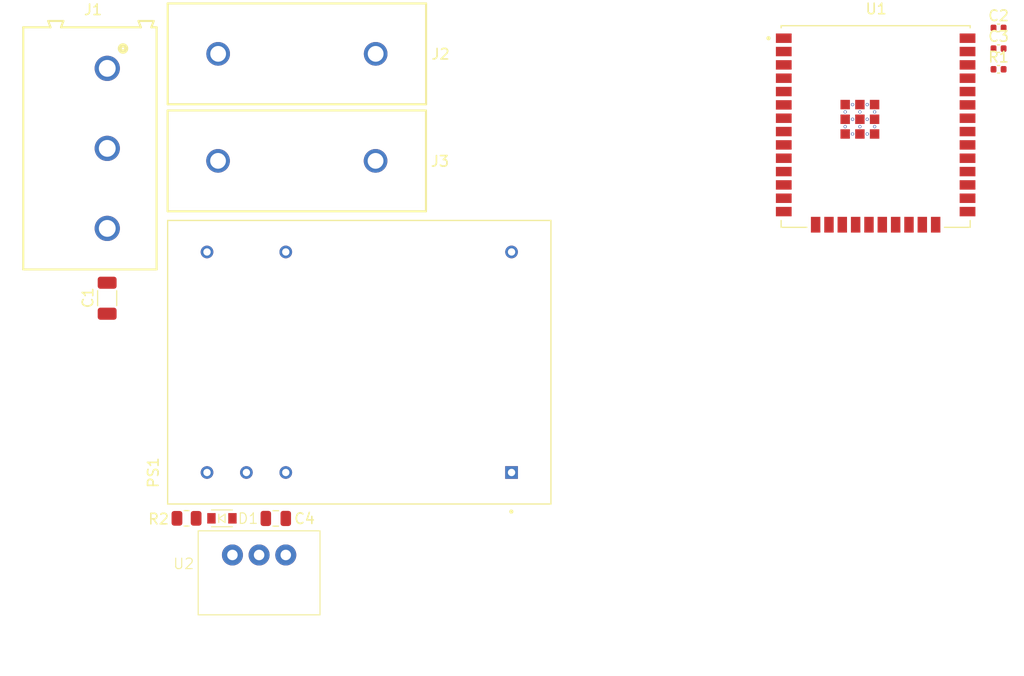
<source format=kicad_pcb>
(kicad_pcb (version 20221018) (generator pcbnew)
  (layers (0 "F.Cu" signal) (31 "B.Cu" signal) (34 "B.Paste" user) (35 "F.Paste" user) (36 "B.SilkS" user "B.Silkscreen") (37 "F.SilkS" user "F.Silkscreen") (38 "B.Mask" user) (39 "F.Mask" user) (44 "Edge.Cuts" user))
  (net 0 "")
  (net 1 "GND")
  (net 2 "Earth_Protective")
  (net 3 "/mcu/EN")
  (net 4 "+3V3")
  (net 5 "+12V")
  (net 6 "Net-(D1-K)")
  (net 7 "/PSU/L")
  (net 8 "/PSU/N")
  (net 9 "Net-(PS1-AC(L))")
  (net 10 "Net-(PS1-AC(N))")
  (net 16 "/mcu/I34")
  (net 17 "/mcu/I35")
  (net 18 "/mcu/RLY_TGL")
  (net 19 "/mcu/IO33")
  (net 20 "/mcu/IO25_EMAC_RXD0")
  (net 21 "/mcu/IO26_EMAC_RXD1")
  (net 22 "/mcu/IO27_EMAC_RX_CRS_DV")
  (net 23 "/mcu/IO14")
  (net 24 "/mcu/IO12")
  (net 25 "/mcu/IO13")
  (net 32 "/mcu/IO15")
  (net 33 "/mcu/IO2")
  (net 34 "/mcu/BOOT")
  (net 35 "/mcu/IO4")
  (net 36 "/mcu/IO16")
  (net 37 "/mcu/IO17_EMAC_CLK_OUT_180")
  (net 38 "/mcu/IO5_PHY_PWR")
  (net 39 "/mcu/IO18_MDIO")
  (net 40 "/mcu/IO19_EMAC_TXD0")
  (net 42 "/mcu/IO21_EMAC_TX_EN")
  (net 43 "/mcu/RX0")
  (net 44 "/mcu/TX0")
  (net 45 "/mcu/IO22_EMAC_TXD1")
  (net 46 "/mcu/IO23_MDC")
  (footprint "manul_tech:691218410003" (layer "F.Cu") (at 112.11 51.84 -90)
    (fp_text reference "J1" (at -13.2 1.35 -180) (layer "F.SilkS"))
    (fp_text value "691218410003")
    (fp_line (start -12.13 -4.425) (end -11.53 -4.2) (stroke (width 0.2)) (layer "F.SilkS"))
    (fp_line (start -12.13 -2.975) (end -12.13 -4.425) (stroke (width 0.2)) (layer "F.SilkS"))
    (fp_line (start -12.13 4.175) (end -11.53 4.4) (stroke (width 0.2)) (layer "F.SilkS"))
    (fp_line (start -12.13 5.625) (end -12.13 4.175) (stroke (width 0.2)) (layer "F.SilkS"))
    (fp_line (start -11.53 -4.7) (end 11.53 -4.7) (stroke (width 0.2)) (layer "F.SilkS"))
    (fp_line (start -11.53 -4.2) (end -11.53 -4.7) (stroke (width 0.2)) (layer "F.SilkS"))
    (fp_line (start -11.53 -3.2) (end -12.13 -2.975) (stroke (width 0.2)) (layer "F.SilkS"))
    (fp_line (start -11.53 4.4) (end -11.53 -3.2) (stroke (width 0.2)) (layer "F.SilkS"))
    (fp_line (start -11.53 5.4) (end -12.13 5.625) (stroke (width 0.2)) (layer "F.SilkS"))
    (fp_line (start -11.53 8) (end -11.53 5.4) (stroke (width 0.2)) (layer "F.SilkS"))
    (fp_line (start 11.53 -4.7) (end 11.53 8) (stroke (width 0.2)) (layer "F.SilkS"))
    (fp_line (start 11.53 8) (end -11.53 8) (stroke (width 0.2)) (layer "F.SilkS"))
    (fp_circle (center -9.51 -1.5) (end -9.41 -1.5) (stroke (width 0.4)) (fill none) (layer "F.SilkS"))
    (pad "1" thru_hole circle (at -7.62 0 270) (size 2.4 2.4) (drill 1.6) (layers "*.Cu" "*.Mask") (net 7 "/PSU/L"))
    (pad "2" thru_hole circle (at 0 0 270) (size 2.4 2.4) (drill 1.6) (layers "*.Cu" "*.Mask") (net 8 "/PSU/N"))
    (pad "3" thru_hole circle (at 7.62 0 270) (size 2.4 2.4) (drill 1.6) (layers "*.Cu" "*.Mask") (net 2 "Earth_Protective"))
  )
  (footprint "manul_tech:696106003002" (layer "F.Cu") (at 130.17 42.84)
    (fp_text reference "J2" (at 13.68 0.03) (layer "F.SilkS"))
    (fp_text value "696106003002")
    (fp_line (start -12.3 -4.8) (end 12.3 -4.8) (stroke (width 0.2)) (layer "F.SilkS"))
    (fp_line (start -12.3 4.8) (end -12.3 -4.8) (stroke (width 0.2)) (layer "F.SilkS"))
    (fp_line (start 12.3 -4.8) (end 12.3 4.8) (stroke (width 0.2)) (layer "F.SilkS"))
    (fp_line (start 12.3 4.8) (end -12.3 4.8) (stroke (width 0.2)) (layer "F.SilkS"))
    (pad "1" thru_hole circle (at -7.5 0) (size 2.25 2.25) (drill 1.5) (layers "*.Cu" "*.Mask") (net 7 "/PSU/L"))
    (pad "2" thru_hole circle (at 7.5 0) (size 2.25 2.25) (drill 1.5) (layers "*.Cu" "*.Mask") (net 9 "Net-(PS1-AC(L))"))
  )
  (footprint "Capacitor_SMD:C_0402_1005Metric" (layer "F.Cu") (at 196.985 42.34)
    (fp_text reference "C3" (at 0 -1.16) (layer "F.SilkS"))
    (fp_text value "100nF")
    (fp_line (start -0.107836 -0.36) (end 0.107836 -0.36) (stroke (width 0.12)) (layer "F.SilkS"))
    (fp_line (start -0.107836 0.36) (end 0.107836 0.36) (stroke (width 0.12)) (layer "F.SilkS"))
    (pad "1" smd roundrect (at -0.48 0) (size 0.56 0.62) (layers "F.Cu" "F.Paste" "F.Mask") (net 4 "+3V3"))
    (pad "2" smd roundrect (at 0.48 0) (size 0.56 0.62) (layers "F.Cu" "F.Paste" "F.Mask") (net 1 "GND"))
  )
  (footprint "Capacitor_SMD:C_0402_1005Metric" (layer "F.Cu") (at 196.985 44.31)
    (fp_text reference "R1" (at 0 -1.16) (layer "F.SilkS"))
    (fp_text value "10K")
    (fp_line (start -0.107836 -0.36) (end 0.107836 -0.36) (stroke (width 0.12)) (layer "F.SilkS"))
    (fp_line (start -0.107836 0.36) (end 0.107836 0.36) (stroke (width 0.12)) (layer "F.SilkS"))
    (pad "1" smd roundrect (at -0.48 0) (size 0.56 0.62) (layers "F.Cu" "F.Paste" "F.Mask") (net 4 "+3V3"))
    (pad "2" smd roundrect (at 0.48 0) (size 0.56 0.62) (layers "F.Cu" "F.Paste" "F.Mask") (net 3 "/mcu/EN"))
  )
  (footprint "manul_tech:173010335" (layer "F.Cu") (at 126.57 90.56 180)
    (fp_text reference "U2" (at 7.18 -0.84 unlocked) (layer "F.SilkS") (effects (font (thickness 0.1))))
    (fp_text value "173010335")
    (fp_line (start -5.8 -5.7) (end 5.8 -5.7) (stroke (width 0.1)) (layer "F.SilkS"))
    (fp_line (start -5.8 2.3) (end -5.8 -5.7) (stroke (width 0.1)) (layer "F.SilkS"))
    (fp_line (start -5.8 2.3) (end 5.8 2.3) (stroke (width 0.1)) (layer "F.SilkS"))
    (fp_line (start 5.8 2.3) (end 5.8 -5.7) (stroke (width 0.1)) (layer "F.SilkS"))
    (pad "1" thru_hole circle (at -2.54 0 180) (size 2 2) (drill 1) (layers "*.Cu" "*.Mask") (net 5 "+12V"))
    (pad "2" thru_hole circle (at 0 0 180) (size 2 2) (drill 1) (layers "*.Cu" "*.Mask") (net 1 "GND"))
    (pad "3" thru_hole circle (at 2.54 0 180) (size 2 2) (drill 1) (layers "*.Cu" "*.Mask") (net 4 "+3V3"))
  )
  (footprint "manul_tech:LED_2214" (layer "F.Cu") (at 123.03 87.07)
    (fp_text reference "D1" (at 2.49 0.02 unlocked) (layer "F.SilkS") (effects (font (thickness 0.1))))
    (fp_text value "150224RS73100A")
    (fp_line (start -1 -0.8) (end 1 -0.8) (stroke (width 0.1)) (layer "F.SilkS"))
    (fp_line (start -1 0.8) (end 1 0.8) (stroke (width 0.1)) (layer "F.SilkS"))
    (fp_line (start -0.3 -0.4) (end -0.3 0.4) (stroke (width 0.1)) (layer "F.SilkS"))
    (fp_line (start -0.3 0) (end 0.3 -0.4) (stroke (width 0.1)) (layer "F.SilkS"))
    (fp_line (start 0.3 -0.4) (end 0.3 0.4) (stroke (width 0.1)) (layer "F.SilkS"))
    (fp_line (start 0.3 0.4) (end -0.3 0) (stroke (width 0.1)) (layer "F.SilkS"))
    (pad "1" smd rect (at -1 0) (size 0.8 1) (layers "F.Cu" "F.Paste" "F.Mask") (net 6 "Net-(D1-K)"))
    (pad "2" smd rect (at 1 0) (size 0.8 1) (layers "F.Cu" "F.Paste" "F.Mask") (net 4 "+3V3"))
  )
  (footprint "Capacitor_SMD:C_0805_2012Metric" (layer "F.Cu") (at 128.16 87.08 180)
    (fp_text reference "C4" (at -2.74 -0.02) (layer "F.SilkS"))
    (fp_text value "4.7uF")
    (fp_line (start -0.261252 -0.735) (end 0.261252 -0.735) (stroke (width 0.12)) (layer "F.SilkS"))
    (fp_line (start -0.261252 0.735) (end 0.261252 0.735) (stroke (width 0.12)) (layer "F.SilkS"))
    (pad "1" smd roundrect (at -0.95 0 180) (size 1 1.45) (layers "F.Cu" "F.Paste" "F.Mask") (net 5 "+12V"))
    (pad "2" smd roundrect (at 0.95 0 180) (size 1 1.45) (layers "F.Cu" "F.Paste" "F.Mask") (net 1 "GND"))
  )
  (footprint "Resistor_SMD:R_0805_2012Metric" (layer "F.Cu") (at 119.66 87.07 180)
    (fp_text reference "R2" (at 2.66 -0.07) (layer "F.SilkS"))
    (fp_text value "100R")
    (fp_line (start -0.227064 -0.735) (end 0.227064 -0.735) (stroke (width 0.12)) (layer "F.SilkS"))
    (fp_line (start -0.227064 0.735) (end 0.227064 0.735) (stroke (width 0.12)) (layer "F.SilkS"))
    (pad "1" smd roundrect (at -0.9125 0 180) (size 1.025 1.4) (layers "F.Cu" "F.Paste" "F.Mask") (roundrect_rratio 0.243902) (net 6 "Net-(D1-K)"))
    (pad "2" smd roundrect (at 0.9125 0 180) (size 1.025 1.4) (layers "F.Cu" "F.Paste" "F.Mask") (roundrect_rratio 0.243902) (net 1 "GND"))
  )
  (footprint "manul_tech:XCVR_ESP32-WROOM-32UE_(16MB)" (layer "F.Cu") (at 185.28 46.61)
    (fp_text reference "U1" (at 0.05 -8.05) (layer "F.SilkS"))
    (fp_text value "ESP32-WROOM-32UE_(16MB)")
    (fp_line (start -9 -6.45) (end 9 -6.45) (stroke (width 0.127)) (layer "F.SilkS"))
    (fp_line (start -9 -6.25) (end -9 -6.45) (stroke (width 0.127)) (layer "F.SilkS"))
    (fp_line (start -9 12.1) (end -9 12.75) (stroke (width 0.127)) (layer "F.SilkS"))
    (fp_line (start -9 12.75) (end -6.55 12.75) (stroke (width 0.127)) (layer "F.SilkS"))
    (fp_line (start 6.55 12.75) (end 9 12.75) (stroke (width 0.127)) (layer "F.SilkS"))
    (fp_line (start 9 -6.45) (end 9 -6.25) (stroke (width 0.127)) (layer "F.SilkS"))
    (fp_line (start 9 12.75) (end 9 12.1) (stroke (width 0.127)) (layer "F.SilkS"))
    (fp_circle (center -10.2 -5.26) (end -10.1 -5.26) (stroke (width 0.2)) (fill none) (layer "F.SilkS"))
    (pad "1" smd rect (at -8.75 -5.26) (size 1.5 0.9) (layers "F.Cu" "F.Paste" "F.Mask") (net 1 "GND"))
    (pad "2" smd rect (at -8.75 -3.99) (size 1.5 0.9) (layers "F.Cu" "F.Paste" "F.Mask") (net 4 "+3V3"))
    (pad "3" smd rect (at -8.75 -2.72) (size 1.5 0.9) (layers "F.Cu" "F.Paste" "F.Mask") (net 3 "/mcu/EN"))
    (pad "4" smd rect (at -8.75 -1.45) (size 1.5 0.9) (layers "F.Cu" "F.Paste" "F.Mask"))
    (pad "5" smd rect (at -8.75 -0.18) (size 1.5 0.9) (layers "F.Cu" "F.Paste" "F.Mask"))
    (pad "6" smd rect (at -8.75 1.09) (size 1.5 0.9) (layers "F.Cu" "F.Paste" "F.Mask") (net 16 "/mcu/I34"))
    (pad "7" smd rect (at -8.75 2.36) (size 1.5 0.9) (layers "F.Cu" "F.Paste" "F.Mask") (net 17 "/mcu/I35"))
    (pad "8" smd rect (at -8.75 3.63) (size 1.5 0.9) (layers "F.Cu" "F.Paste" "F.Mask") (net 18 "/mcu/RLY_TGL"))
    (pad "9" smd rect (at -8.75 4.9) (size 1.5 0.9) (layers "F.Cu" "F.Paste" "F.Mask") (net 19 "/mcu/IO33"))
    (pad "10" smd rect (at -8.75 6.17) (size 1.5 0.9) (layers "F.Cu" "F.Paste" "F.Mask") (net 20 "/mcu/IO25_EMAC_RXD0"))
    (pad "11" smd rect (at -8.75 7.44) (size 1.5 0.9) (layers "F.Cu" "F.Paste" "F.Mask") (net 21 "/mcu/IO26_EMAC_RXD1"))
    (pad "12" smd rect (at -8.75 8.71) (size 1.5 0.9) (layers "F.Cu" "F.Paste" "F.Mask") (net 22 "/mcu/IO27_EMAC_RX_CRS_DV"))
    (pad "13" smd rect (at -8.75 9.98) (size 1.5 0.9) (layers "F.Cu" "F.Paste" "F.Mask") (net 23 "/mcu/IO14"))
    (pad "14" smd rect (at -8.75 11.25) (size 1.5 0.9) (layers "F.Cu" "F.Paste" "F.Mask") (net 24 "/mcu/IO12"))
    (pad "15" smd rect (at -5.715 12.5) (size 0.9 1.5) (layers "F.Cu" "F.Paste" "F.Mask") (net 1 "GND"))
    (pad "16" smd rect (at -4.445 12.5) (size 0.9 1.5) (layers "F.Cu" "F.Paste" "F.Mask") (net 25 "/mcu/IO13"))
    (pad "17" smd rect (at -3.175 12.5) (size 0.9 1.5) (layers "F.Cu" "F.Paste" "F.Mask"))
    (pad "18" smd rect (at -1.905 12.5) (size 0.9 1.5) (layers "F.Cu" "F.Paste" "F.Mask"))
    (pad "19" smd rect (at -0.635 12.5) (size 0.9 1.5) (layers "F.Cu" "F.Paste" "F.Mask"))
    (pad "20" smd rect (at 0.635 12.5) (size 0.9 1.5) (layers "F.Cu" "F.Paste" "F.Mask"))
    (pad "21" smd rect (at 1.905 12.5) (size 0.9 1.5) (layers "F.Cu" "F.Paste" "F.Mask"))
    (pad "22" smd rect (at 3.175 12.5) (size 0.9 1.5) (layers "F.Cu" "F.Paste" "F.Mask"))
    (pad "23" smd rect (at 4.445 12.5) (size 0.9 1.5) (layers "F.Cu" "F.Paste" "F.Mask") (net 32 "/mcu/IO15"))
    (pad "24" smd rect (at 5.715 12.5) (size 0.9 1.5) (layers "F.Cu" "F.Paste" "F.Mask") (net 33 "/mcu/IO2"))
    (pad "25" smd rect (at 8.75 11.25) (size 1.5 0.9) (layers "F.Cu" "F.Paste" "F.Mask") (net 34 "/mcu/BOOT"))
    (pad "26" smd rect (at 8.75 9.98) (size 1.5 0.9) (layers "F.Cu" "F.Paste" "F.Mask") (net 35 "/mcu/IO4"))
    (pad "27" smd rect (at 8.75 8.71) (size 1.5 0.9) (layers "F.Cu" "F.Paste" "F.Mask") (net 36 "/mcu/IO16"))
    (pad "28" smd rect (at 8.75 7.44) (size 1.5 0.9) (layers "F.Cu" "F.Paste" "F.Mask") (net 37 "/mcu/IO17_EMAC_CLK_OUT_180"))
    (pad "29" smd rect (at 8.75 6.17) (size 1.5 0.9) (layers "F.Cu" "F.Paste" "F.Mask") (net 38 "/mcu/IO5_PHY_PWR"))
    (pad "30" smd rect (at 8.75 4.9) (size 1.5 0.9) (layers "F.Cu" "F.Paste" "F.Mask") (net 39 "/mcu/IO18_MDIO"))
    (pad "31" smd rect (at 8.75 3.63) (size 1.5 0.9) (layers "F.Cu" "F.Paste" "F.Mask") (net 40 "/mcu/IO19_EMAC_TXD0"))
    (pad "32" smd rect (at 8.75 2.36) (size 1.5 0.9) (layers "F.Cu" "F.Paste" "F.Mask"))
    (pad "33" smd rect (at 8.75 1.09) (size 1.5 0.9) (layers "F.Cu" "F.Paste" "F.Mask") (net 42 "/mcu/IO21_EMAC_TX_EN"))
    (pad "34" smd rect (at 8.75 -0.18) (size 1.5 0.9) (layers "F.Cu" "F.Paste" "F.Mask") (net 43 "/mcu/RX0"))
    (pad "35" smd rect (at 8.75 -1.45) (size 1.5 0.9) (layers "F.Cu" "F.Paste" "F.Mask") (net 44 "/mcu/TX0"))
    (pad "36" smd rect (at 8.75 -2.72) (size 1.5 0.9) (layers "F.Cu" "F.Paste" "F.Mask") (net 45 "/mcu/IO22_EMAC_TXD1"))
    (pad "37" smd rect (at 8.75 -3.99) (size 1.5 0.9) (layers "F.Cu" "F.Paste" "F.Mask") (net 46 "/mcu/IO23_MDC"))
    (pad "38" smd rect (at 8.75 -5.26) (size 1.5 0.9) (layers "F.Cu" "F.Paste" "F.Mask") (net 1 "GND"))
    (pad "39_1" smd rect (at -2.9 1.06) (size 0.9 0.9) (layers "F.Cu" "F.Paste" "F.Mask") (net 1 "GND"))
    (pad "39_2" smd rect (at -1.5 1.06) (size 0.9 0.9) (layers "F.Cu" "F.Paste" "F.Mask") (net 1 "GND"))
    (pad "39_3" smd rect (at -0.1 1.06) (size 0.9 0.9) (layers "F.Cu" "F.Paste" "F.Mask") (net 1 "GND"))
    (pad "39_4" smd rect (at -2.9 2.46) (size 0.9 0.9) (layers "F.Cu" "F.Paste" "F.Mask") (net 1 "GND"))
    (pad "39_5" smd rect (at -1.5 2.46) (size 0.9 0.9) (layers "F.Cu" "F.Paste" "F.Mask") (net 1 "GND"))
    (pad "39_6" smd rect (at -0.1 2.46) (size 0.9 0.9) (layers "F.Cu" "F.Paste" "F.Mask") (net 1 "GND"))
    (pad "39_7" smd rect (at -2.9 3.86) (size 0.9 0.9) (layers "F.Cu" "F.Paste" "F.Mask") (net 1 "GND"))
    (pad "39_8" smd rect (at -1.5 3.86) (size 0.9 0.9) (layers "F.Cu" "F.Paste" "F.Mask") (net 1 "GND"))
    (pad "39_9" smd rect (at -0.1 3.86) (size 0.9 0.9) (layers "F.Cu" "F.Paste" "F.Mask") (net 1 "GND"))
    (pad "39_10" thru_hole circle (at -2.2 1.06) (size 0.3 0.3) (drill 0.2) (layers "*.Cu"))
    (pad "39_11" thru_hole circle (at -0.8 1.06) (size 0.3 0.3) (drill 0.2) (layers "*.Cu"))
    (pad "39_12" thru_hole circle (at -2.9 1.76) (size 0.3 0.3) (drill 0.2) (layers "*.Cu"))
    (pad "39_13" thru_hole circle (at -1.5 1.76) (size 0.3 0.3) (drill 0.2) (layers "*.Cu"))
    (pad "39_14" thru_hole circle (at -0.1 1.76) (size 0.3 0.3) (drill 0.2) (layers "*.Cu"))
    (pad "39_15" thru_hole circle (at -2.2 2.46) (size 0.3 0.3) (drill 0.2) (layers "*.Cu"))
    (pad "39_16" thru_hole circle (at -0.8 2.46) (size 0.3 0.3) (drill 0.2) (layers "*.Cu"))
    (pad "39_17" thru_hole circle (at -2.9 3.16) (size 0.3 0.3) (drill 0.2) (layers "*.Cu"))
    (pad "39_18" thru_hole circle (at -1.5 3.16) (size 0.3 0.3) (drill 0.2) (layers "*.Cu"))
    (pad "39_19" thru_hole circle (at -0.1 3.16) (size 0.3 0.3) (drill 0.2) (layers "*.Cu"))
    (pad "39_20" thru_hole circle (at -2.2 3.86) (size 0.3 0.3) (drill 0.2) (layers "*.Cu"))
    (pad "39_21" thru_hole circle (at -0.8 3.86) (size 0.3 0.3) (drill 0.2) (layers "*.Cu"))
  )
  (footprint "manul_tech:696106003002" (layer "F.Cu") (at 130.16 53.03)
    (fp_text reference "J3" (at 13.63 0.04) (layer "F.SilkS"))
    (fp_text value "696106003002")
    (fp_line (start -12.3 -4.8) (end 12.3 -4.8) (stroke (width 0.2)) (layer "F.SilkS"))
    (fp_line (start -12.3 4.8) (end -12.3 -4.8) (stroke (width 0.2)) (layer "F.SilkS"))
    (fp_line (start 12.3 -4.8) (end 12.3 4.8) (stroke (width 0.2)) (layer "F.SilkS"))
    (fp_line (start 12.3 4.8) (end -12.3 4.8) (stroke (width 0.2)) (layer "F.SilkS"))
    (pad "1" thru_hole circle (at -7.5 0) (size 2.25 2.25) (drill 1.5) (layers "*.Cu" "*.Mask") (net 8 "/PSU/N"))
    (pad "2" thru_hole circle (at 7.5 0) (size 2.25 2.25) (drill 1.5) (layers "*.Cu" "*.Mask") (net 10 "Net-(PS1-AC(N))"))
  )
  (footprint "manul_tech:CONV_TMLM_04112" (layer "F.Cu") (at 136.11 72.2055 90)
    (fp_text reference "PS1" (at -10.512 -19.618 90) (layer "F.SilkS"))
    (fp_text value "TMLM_04112")
    (fp_line (start -13.5 -18.25) (end 13.5 -18.25) (stroke (width 0.127)) (layer "F.SilkS"))
    (fp_line (start -13.5 18.25) (end -13.5 -18.25) (stroke (width 0.127)) (layer "F.SilkS"))
    (fp_line (start -13.5 18.25) (end 13.5 18.25) (stroke (width 0.127)) (layer "F.SilkS"))
    (fp_line (start 13.5 18.25) (end 13.5 -18.25) (stroke (width 0.127)) (layer "F.SilkS"))
    (fp_circle (center -14.224 14.478) (end -14.124 14.478) (stroke (width 0.2)) (fill none) (layer "F.SilkS"))
    (pad "1" thru_hole rect (at -10.5 14.5 90) (size 1.208 1.208) (drill 0.7) (layers "*.Cu" "*.Mask"))
    (pad "2" thru_hole circle (at -10.5 -7 90) (size 1.208 1.208) (drill 0.7) (layers "*.Cu" "*.Mask") (net 5 "+12V"))
    (pad "3" thru_hole circle (at -10.5 -10.75 90) (size 1.208 1.208) (drill 0.7) (layers "*.Cu" "*.Mask") (net 1 "GND"))
    (pad "4" thru_hole circle (at -10.5 -14.5 90) (size 1.208 1.208) (drill 0.7) (layers "*.Cu" "*.Mask"))
    (pad "5" thru_hole circle (at 10.5 -14.5 90) (size 1.208 1.208) (drill 0.7) (layers "*.Cu" "*.Mask") (net 9 "Net-(PS1-AC(L))"))
    (pad "6" thru_hole circle (at 10.5 -7 90) (size 1.208 1.208) (drill 0.7) (layers "*.Cu" "*.Mask") (net 10 "Net-(PS1-AC(N))"))
    (pad "7" thru_hole circle (at 10.5 14.5 90) (size 1.208 1.208) (drill 0.7) (layers "*.Cu" "*.Mask"))
  )
  (footprint "Capacitor_SMD:C_1206_3216Metric" (layer "F.Cu") (at 112.1 66.11 90)
    (fp_text reference "C1" (at 0.04 -1.83 90) (layer "F.SilkS"))
    (fp_text value "TBD")
    (fp_line (start -0.711252 -0.91) (end 0.711252 -0.91) (stroke (width 0.12)) (layer "F.SilkS"))
    (fp_line (start -0.711252 0.91) (end 0.711252 0.91) (stroke (width 0.12)) (layer "F.SilkS"))
    (pad "1" smd roundrect (at -1.475 0 90) (size 1.15 1.8) (layers "F.Cu" "F.Paste" "F.Mask") (roundrect_rratio 0.217391) (net 1 "GND"))
    (pad "2" smd roundrect (at 1.475 0 90) (size 1.15 1.8) (layers "F.Cu" "F.Paste" "F.Mask") (roundrect_rratio 0.217391) (net 2 "Earth_Protective"))
  )
  (footprint "Capacitor_SMD:C_0402_1005Metric" (layer "F.Cu") (at 196.985 40.37)
    (fp_text reference "C2" (at 0 -1.16) (layer "F.SilkS"))
    (fp_text value "1uF")
    (fp_line (start -0.107836 -0.36) (end 0.107836 -0.36) (stroke (width 0.12)) (layer "F.SilkS"))
    (fp_line (start -0.107836 0.36) (end 0.107836 0.36) (stroke (width 0.12)) (layer "F.SilkS"))
    (pad "1" smd roundrect (at -0.48 0) (size 0.56 0.62) (layers "F.Cu" "F.Paste" "F.Mask") (net 3 "/mcu/EN"))
    (pad "2" smd roundrect (at 0.48 0) (size 0.56 0.62) (layers "F.Cu" "F.Paste" "F.Mask") (net 1 "GND"))
  )
)
</source>
